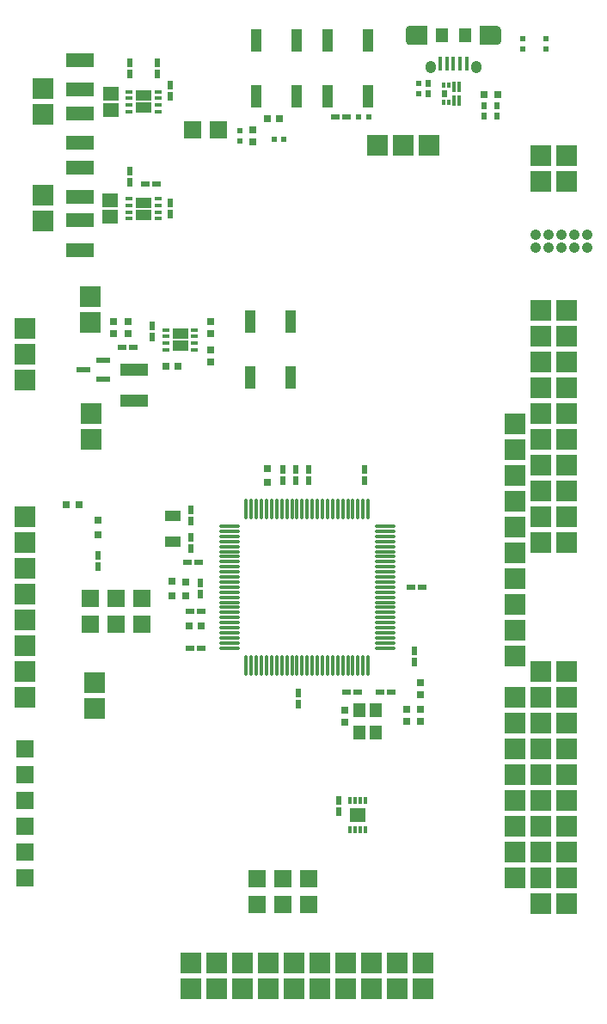
<source format=gtp>
G04 Layer_Color=8421504*
%FSLAX43Y43*%
%MOMM*%
G71*
G01*
G75*
%ADD10R,2.800X1.400*%
%ADD11R,0.600X0.900*%
%ADD12R,0.900X0.600*%
%ADD13R,0.650X0.800*%
%ADD14R,0.800X0.650*%
%ADD16R,0.675X0.350*%
%ADD17R,1.000X2.250*%
%ADD18R,1.500X1.350*%
%ADD20R,0.700X0.700*%
%ADD22R,0.550X0.600*%
%ADD23R,0.500X0.600*%
%ADD24R,0.500X0.650*%
%ADD25R,0.700X0.700*%
%ADD26R,0.600X0.550*%
%ADD27R,0.762X0.762*%
%ADD28R,2.700X1.250*%
%ADD29R,1.400X0.600*%
%ADD30R,0.540X0.800*%
%ADD31R,0.300X0.600*%
%ADD32R,0.300X1.000*%
%ADD33R,0.400X1.000*%
%ADD34R,0.600X0.500*%
%ADD35O,2.050X0.300*%
%ADD36O,0.300X2.050*%
%ADD37R,0.300X0.700*%
%ADD39R,1.150X1.400*%
%ADD40R,1.550X1.000*%
%ADD42R,0.400X1.350*%
%ADD57R,1.700X1.700*%
%ADD58C,1.050*%
G04:AMPARAMS|DCode=59|XSize=2.1mm|YSize=1.9mm|CornerRadius=0.494mm|HoleSize=0mm|Usage=FLASHONLY|Rotation=0.000|XOffset=0mm|YOffset=0mm|HoleType=Round|Shape=RoundedRectangle|*
%AMROUNDEDRECTD59*
21,1,2.100,0.912,0,0,0.0*
21,1,1.112,1.900,0,0,0.0*
1,1,0.988,0.556,-0.456*
1,1,0.988,-0.556,-0.456*
1,1,0.988,-0.556,0.456*
1,1,0.988,0.556,0.456*
%
%ADD59ROUNDEDRECTD59*%
G04:AMPARAMS|DCode=60|XSize=1.05mm|YSize=1.25mm|CornerRadius=0.525mm|HoleSize=0mm|Usage=FLASHONLY|Rotation=180.000|XOffset=0mm|YOffset=0mm|HoleType=Round|Shape=RoundedRectangle|*
%AMROUNDEDRECTD60*
21,1,1.050,0.200,0,0,180.0*
21,1,0.000,1.250,0,0,180.0*
1,1,1.050,0.000,0.100*
1,1,1.050,0.000,0.100*
1,1,1.050,0.000,-0.100*
1,1,1.050,0.000,-0.100*
%
%ADD60ROUNDEDRECTD60*%
%ADD108R,2.100X2.100*%
%ADD109R,1.750X1.750*%
%ADD110R,2.100X2.100*%
%ADD111R,1.550X1.125*%
%ADD112R,1.700X1.700*%
%ADD113R,1.550X1.350*%
%ADD114R,1.300X1.400*%
G36*
X48648Y99271D02*
X48701Y99264D01*
X48754Y99249D01*
X48797Y99233D01*
X48839Y99213D01*
X48883Y99185D01*
X48921Y99156D01*
X48960Y99122D01*
X48989Y99086D01*
X49017Y99049D01*
X49041Y99008D01*
X49061Y98966D01*
X49077Y98924D01*
X49089Y98873D01*
X49096Y98828D01*
X49100Y98775D01*
Y97875D01*
X49096Y97820D01*
X49088Y97775D01*
X49076Y97725D01*
X49060Y97685D01*
X49047Y97652D01*
X49022Y97609D01*
X48996Y97572D01*
X48965Y97534D01*
X48920Y97493D01*
X48880Y97463D01*
X48834Y97434D01*
X48781Y97410D01*
X48694Y97384D01*
X48600Y97375D01*
X47000D01*
Y99275D01*
X48600D01*
X48648Y99271D01*
D02*
G37*
G36*
X41800Y97375D02*
X40200D01*
X40152Y97379D01*
X40099Y97386D01*
X40046Y97401D01*
X40003Y97417D01*
X39961Y97437D01*
X39917Y97465D01*
X39879Y97494D01*
X39840Y97528D01*
X39811Y97564D01*
X39783Y97601D01*
X39759Y97642D01*
X39739Y97684D01*
X39723Y97726D01*
X39711Y97777D01*
X39704Y97822D01*
X39700Y97875D01*
Y98775D01*
X39704Y98830D01*
X39712Y98875D01*
X39724Y98925D01*
X39740Y98965D01*
X39753Y98998D01*
X39778Y99041D01*
X39804Y99078D01*
X39835Y99116D01*
X39880Y99157D01*
X39920Y99187D01*
X39966Y99216D01*
X40019Y99240D01*
X40106Y99266D01*
X40200Y99275D01*
X41800D01*
Y97375D01*
D02*
G37*
D10*
X7625Y87735D02*
D03*
Y90635D02*
D03*
Y82430D02*
D03*
Y85330D02*
D03*
Y77205D02*
D03*
Y80105D02*
D03*
X7650Y92990D02*
D03*
Y95890D02*
D03*
D11*
X12500Y94500D02*
D03*
Y95600D02*
D03*
X16550Y92300D02*
D03*
Y93400D02*
D03*
X15278Y94557D02*
D03*
Y95657D02*
D03*
X33074Y22959D02*
D03*
Y21859D02*
D03*
X9416Y46050D02*
D03*
Y47150D02*
D03*
X14775Y68630D02*
D03*
Y69730D02*
D03*
X12500Y83855D02*
D03*
Y84955D02*
D03*
X16525Y81830D02*
D03*
Y80730D02*
D03*
X19450Y44375D02*
D03*
Y43275D02*
D03*
X28865Y54450D02*
D03*
Y55550D02*
D03*
X27590Y54450D02*
D03*
Y55550D02*
D03*
X40550Y37700D02*
D03*
Y36600D02*
D03*
X35650Y54450D02*
D03*
Y55550D02*
D03*
X18550Y47840D02*
D03*
Y48940D02*
D03*
Y51640D02*
D03*
Y50540D02*
D03*
X29100Y32450D02*
D03*
Y33550D02*
D03*
X30165Y55550D02*
D03*
Y54450D02*
D03*
D12*
X40250Y44000D02*
D03*
X41350D02*
D03*
X18450Y37993D02*
D03*
X19550D02*
D03*
X12875Y67600D02*
D03*
X11775D02*
D03*
X15125Y83705D02*
D03*
X14025D02*
D03*
X37200Y33700D02*
D03*
X38300D02*
D03*
X35000D02*
D03*
X33900D02*
D03*
X33875Y90300D02*
D03*
X32775D02*
D03*
X18450Y41621D02*
D03*
X19550D02*
D03*
X18200Y46425D02*
D03*
X19300D02*
D03*
D13*
X24600Y87825D02*
D03*
Y89025D02*
D03*
X20525Y70175D02*
D03*
Y68975D02*
D03*
X20500Y67375D02*
D03*
Y66175D02*
D03*
X10950Y68955D02*
D03*
Y70155D02*
D03*
X12325Y70155D02*
D03*
Y68955D02*
D03*
X41140Y33427D02*
D03*
Y34627D02*
D03*
X41138Y30761D02*
D03*
Y31961D02*
D03*
X33707Y30672D02*
D03*
Y31872D02*
D03*
X39807Y30772D02*
D03*
Y31972D02*
D03*
D14*
X19600Y40138D02*
D03*
X18400D02*
D03*
X27250Y90100D02*
D03*
X26050D02*
D03*
X7500Y52100D02*
D03*
X6300D02*
D03*
X17275Y65730D02*
D03*
X16075D02*
D03*
D16*
X16076Y67380D02*
D03*
Y68030D02*
D03*
Y68680D02*
D03*
Y69330D02*
D03*
X18900D02*
D03*
Y68680D02*
D03*
Y68030D02*
D03*
Y67380D02*
D03*
X12476Y80280D02*
D03*
Y80930D02*
D03*
Y81580D02*
D03*
Y82230D02*
D03*
X15300D02*
D03*
Y81580D02*
D03*
Y80930D02*
D03*
Y80280D02*
D03*
X12476Y90840D02*
D03*
Y91490D02*
D03*
Y92140D02*
D03*
Y92790D02*
D03*
X15300D02*
D03*
Y92140D02*
D03*
Y91490D02*
D03*
Y90840D02*
D03*
D17*
X24375Y70125D02*
D03*
Y64625D02*
D03*
X28375D02*
D03*
Y70125D02*
D03*
X36000Y92350D02*
D03*
Y97850D02*
D03*
X32000D02*
D03*
Y92350D02*
D03*
X29000D02*
D03*
Y97850D02*
D03*
X25000D02*
D03*
Y92350D02*
D03*
D18*
X10600Y82105D02*
D03*
Y80455D02*
D03*
X10675Y92590D02*
D03*
Y90940D02*
D03*
D20*
X16650Y44550D02*
D03*
Y43150D02*
D03*
X9432Y49155D02*
D03*
Y50555D02*
D03*
D22*
X23400Y87925D02*
D03*
Y88925D02*
D03*
X41000Y93600D02*
D03*
Y92600D02*
D03*
D23*
X51250Y97000D02*
D03*
Y98000D02*
D03*
X53500Y97000D02*
D03*
Y98000D02*
D03*
D24*
X41900Y92625D02*
D03*
Y93575D02*
D03*
X47400Y91375D02*
D03*
Y90425D02*
D03*
X48700Y91375D02*
D03*
Y90425D02*
D03*
D25*
X47400Y92500D02*
D03*
X48800D02*
D03*
D26*
X35050Y90300D02*
D03*
X36050D02*
D03*
D27*
X26120Y55699D02*
D03*
Y54301D02*
D03*
X18075Y43127D02*
D03*
Y44523D02*
D03*
D28*
X12950Y62380D02*
D03*
Y65430D02*
D03*
D29*
X8000D02*
D03*
X9900Y66380D02*
D03*
Y64480D02*
D03*
D30*
X43558Y92588D02*
D03*
D31*
X43438Y91738D02*
D03*
X43938Y91738D02*
D03*
X43438Y93438D02*
D03*
X43938Y93438D02*
D03*
D32*
X44438Y91938D02*
D03*
X44938D02*
D03*
X44438Y93238D02*
D03*
D33*
X44988D02*
D03*
D34*
X27726Y88086D02*
D03*
X26726D02*
D03*
D35*
X22325Y50000D02*
D03*
Y49500D02*
D03*
Y49000D02*
D03*
Y48500D02*
D03*
Y48000D02*
D03*
Y47500D02*
D03*
Y47000D02*
D03*
Y46500D02*
D03*
Y46000D02*
D03*
Y45500D02*
D03*
Y45000D02*
D03*
Y44500D02*
D03*
Y44000D02*
D03*
Y43500D02*
D03*
Y43000D02*
D03*
Y42500D02*
D03*
Y42000D02*
D03*
Y41500D02*
D03*
Y41000D02*
D03*
Y40500D02*
D03*
Y40000D02*
D03*
Y39500D02*
D03*
Y39000D02*
D03*
Y38500D02*
D03*
Y38000D02*
D03*
X37675D02*
D03*
Y38500D02*
D03*
Y39000D02*
D03*
Y39500D02*
D03*
Y40000D02*
D03*
Y40500D02*
D03*
Y41000D02*
D03*
Y41500D02*
D03*
Y42000D02*
D03*
Y42500D02*
D03*
Y43000D02*
D03*
Y43500D02*
D03*
Y44000D02*
D03*
Y44500D02*
D03*
Y45000D02*
D03*
Y45500D02*
D03*
Y46000D02*
D03*
Y46500D02*
D03*
Y47000D02*
D03*
Y47500D02*
D03*
Y48000D02*
D03*
Y48500D02*
D03*
Y49000D02*
D03*
Y49500D02*
D03*
Y50000D02*
D03*
D36*
X24000Y36325D02*
D03*
X24500D02*
D03*
X25000D02*
D03*
X25500D02*
D03*
X26000D02*
D03*
X26500D02*
D03*
X27000D02*
D03*
X27500D02*
D03*
X28000D02*
D03*
X28500D02*
D03*
X29000D02*
D03*
X29500D02*
D03*
X30000D02*
D03*
X30500D02*
D03*
X31000D02*
D03*
X31500D02*
D03*
X32000D02*
D03*
X32500D02*
D03*
X33000D02*
D03*
X33500D02*
D03*
X34000D02*
D03*
X34500D02*
D03*
X35000D02*
D03*
X35500D02*
D03*
X36000D02*
D03*
Y51675D02*
D03*
X35500D02*
D03*
X35000D02*
D03*
X34500D02*
D03*
X34000D02*
D03*
X33500D02*
D03*
X33000D02*
D03*
X32500D02*
D03*
X32000D02*
D03*
X31500D02*
D03*
X31000D02*
D03*
X30500D02*
D03*
X30000D02*
D03*
X29500D02*
D03*
X29000D02*
D03*
X28500D02*
D03*
X28000D02*
D03*
X27500D02*
D03*
X27000D02*
D03*
X26500D02*
D03*
X26000D02*
D03*
X25500D02*
D03*
X25000D02*
D03*
X24500D02*
D03*
X24000D02*
D03*
D37*
X34238Y23009D02*
D03*
X34738D02*
D03*
X35238D02*
D03*
X35738D02*
D03*
Y20109D02*
D03*
X35238D02*
D03*
X34738D02*
D03*
X34238D02*
D03*
D39*
X36707Y31872D02*
D03*
Y29672D02*
D03*
X35107D02*
D03*
Y31872D02*
D03*
D40*
X16725Y48450D02*
D03*
Y51050D02*
D03*
D42*
X43100Y95525D02*
D03*
X43750D02*
D03*
X44400D02*
D03*
X45050D02*
D03*
X45700D02*
D03*
D57*
X2222Y28090D02*
D03*
Y25550D02*
D03*
Y23010D02*
D03*
Y20470D02*
D03*
Y17930D02*
D03*
Y15390D02*
D03*
D58*
X52470Y77425D02*
D03*
Y78695D02*
D03*
X53740Y77425D02*
D03*
Y78695D02*
D03*
X55010Y77425D02*
D03*
Y78695D02*
D03*
X56280Y77425D02*
D03*
Y78695D02*
D03*
X57550Y77425D02*
D03*
Y78695D02*
D03*
D59*
X48050Y98325D02*
D03*
X40750D02*
D03*
D60*
X46625Y95200D02*
D03*
X42175D02*
D03*
D108*
X9085Y32015D02*
D03*
Y34555D02*
D03*
X8700Y58535D02*
D03*
Y61075D02*
D03*
X8600Y72582D02*
D03*
Y70043D02*
D03*
X4000Y82600D02*
D03*
Y80060D02*
D03*
X55570Y61110D02*
D03*
X53030D02*
D03*
X55570Y63650D02*
D03*
X53030D02*
D03*
X55570Y66190D02*
D03*
X53030D02*
D03*
X55570Y68730D02*
D03*
X53030D02*
D03*
X55570Y71270D02*
D03*
X53030Y58570D02*
D03*
X55570D02*
D03*
X53030Y56030D02*
D03*
X55570D02*
D03*
X53030Y53490D02*
D03*
X55570D02*
D03*
X53030Y50950D02*
D03*
X55570D02*
D03*
X53030Y48410D02*
D03*
X55570D02*
D03*
X53030Y71270D02*
D03*
X55570Y25550D02*
D03*
X53030D02*
D03*
X55570Y28090D02*
D03*
X53030D02*
D03*
X55570Y30630D02*
D03*
X53030D02*
D03*
X55570Y33170D02*
D03*
X53030D02*
D03*
X55570Y35710D02*
D03*
X53030Y23010D02*
D03*
X55570D02*
D03*
X53030Y20470D02*
D03*
X55570D02*
D03*
X53030Y17930D02*
D03*
X55570D02*
D03*
X53030Y15390D02*
D03*
X55570D02*
D03*
X53030Y12850D02*
D03*
X55570D02*
D03*
X53030Y35710D02*
D03*
X55570Y83970D02*
D03*
X53030D02*
D03*
X55570Y86510D02*
D03*
X53030D02*
D03*
X4000Y93130D02*
D03*
Y90590D02*
D03*
X2222Y64430D02*
D03*
Y66970D02*
D03*
Y69510D02*
D03*
D109*
X25031Y12710D02*
D03*
Y15250D02*
D03*
X27571Y12710D02*
D03*
Y15250D02*
D03*
X30111Y12710D02*
D03*
Y15250D02*
D03*
X13715Y42865D02*
D03*
Y40325D02*
D03*
X11175Y42865D02*
D03*
Y40325D02*
D03*
X8635Y42865D02*
D03*
Y40325D02*
D03*
D110*
X2222Y33170D02*
D03*
Y35710D02*
D03*
Y38250D02*
D03*
Y40790D02*
D03*
Y43330D02*
D03*
Y45870D02*
D03*
Y48410D02*
D03*
Y50950D02*
D03*
X42015Y87475D02*
D03*
X39475D02*
D03*
X36935D02*
D03*
X41430Y6970D02*
D03*
X18570Y4430D02*
D03*
Y6970D02*
D03*
X21110Y4430D02*
D03*
Y6970D02*
D03*
X23650Y4430D02*
D03*
Y6970D02*
D03*
X26190Y4430D02*
D03*
Y6970D02*
D03*
X28730Y4430D02*
D03*
Y6970D02*
D03*
X41430Y4430D02*
D03*
X38890Y6970D02*
D03*
Y4430D02*
D03*
X36350Y6970D02*
D03*
Y4430D02*
D03*
X33810Y6970D02*
D03*
Y4430D02*
D03*
X31270Y6970D02*
D03*
Y4430D02*
D03*
X50482Y37234D02*
D03*
Y39774D02*
D03*
Y42314D02*
D03*
Y44854D02*
D03*
Y47394D02*
D03*
Y49934D02*
D03*
Y52474D02*
D03*
Y55014D02*
D03*
Y57554D02*
D03*
Y60094D02*
D03*
Y33170D02*
D03*
Y30630D02*
D03*
Y28090D02*
D03*
Y25550D02*
D03*
Y23010D02*
D03*
Y20470D02*
D03*
Y17930D02*
D03*
Y15390D02*
D03*
D111*
X17488Y67743D02*
D03*
X17488Y68967D02*
D03*
X13888Y80643D02*
D03*
X13888Y81867D02*
D03*
X13888Y91203D02*
D03*
X13888Y92427D02*
D03*
D112*
X21270Y89050D02*
D03*
X18730D02*
D03*
D113*
X34988Y21559D02*
D03*
D114*
X45549Y98325D02*
D03*
X43251D02*
D03*
M02*

</source>
